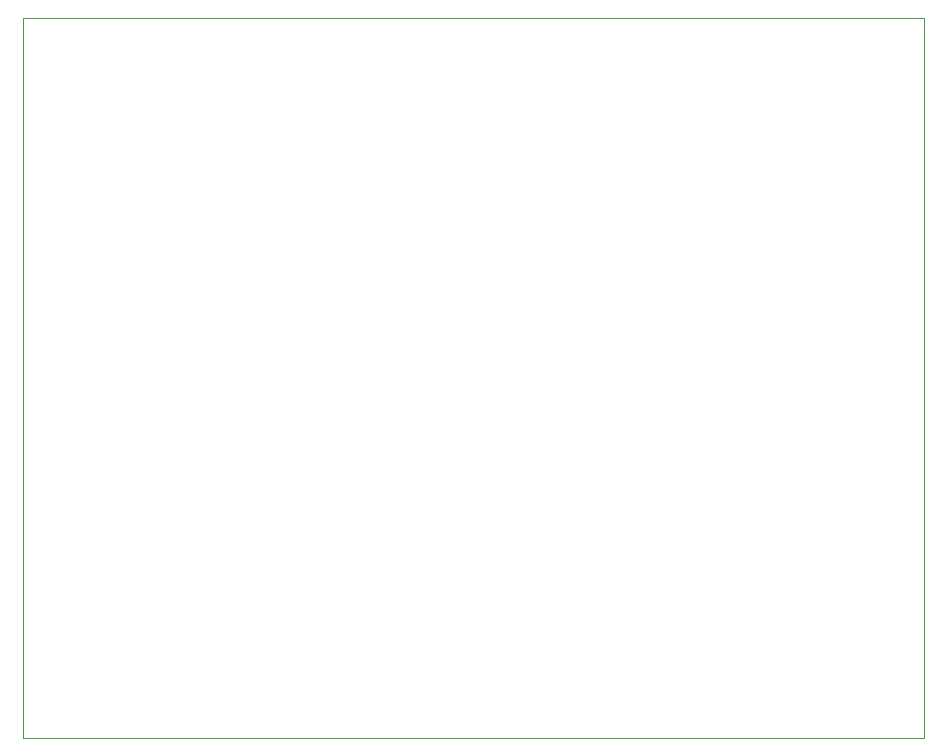
<source format=gbr>
%TF.GenerationSoftware,KiCad,Pcbnew,9.0.2*%
%TF.CreationDate,2025-06-23T18:10:37+02:00*%
%TF.ProjectId,trotten pcb,74726f74-7465-46e2-9070-63622e6b6963,rev?*%
%TF.SameCoordinates,Original*%
%TF.FileFunction,Profile,NP*%
%FSLAX46Y46*%
G04 Gerber Fmt 4.6, Leading zero omitted, Abs format (unit mm)*
G04 Created by KiCad (PCBNEW 9.0.2) date 2025-06-23 18:10:37*
%MOMM*%
%LPD*%
G01*
G04 APERTURE LIST*
%TA.AperFunction,Profile*%
%ADD10C,0.050000*%
%TD*%
G04 APERTURE END LIST*
D10*
X76500000Y-23900000D02*
X152800000Y-23900000D01*
X152800000Y-84800000D01*
X76500000Y-84800000D01*
X76500000Y-23900000D01*
M02*

</source>
